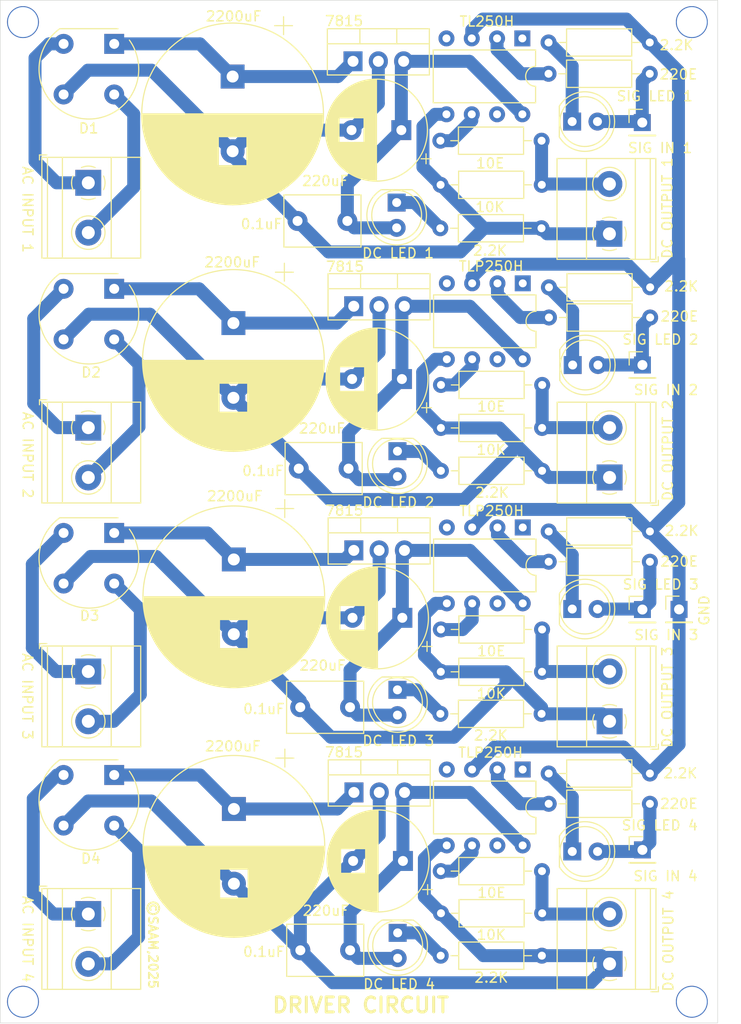
<source format=kicad_pcb>
(kicad_pcb (version 20240108) (generator "pcbnew") (generator_version "8.0")
  (layers (0 "F.Cu" signal) (31 "B.Cu" signal) (34 "B.Paste" user) (35 "F.Paste" user) (36 "B.SilkS" user "B.Silkscreen") (37 "F.SilkS" user "F.Silkscreen") (38 "B.Mask" user) (39 "F.Mask" user) (44 "Edge.Cuts" user))
  (net 0 "")
  (net 1 "Net-(D1-+)")
  (net 2 "GND")
  (net 3 "Net-(D2-+)")
  (net 4 "Net-(D3-+)")
  (net 5 "Net-(D4-+)")
  (net 6 "Net-(D5-A)")
  (net 7 "Net-(D6-A)")
  (net 8 "Net-(D7-A)")
  (net 9 "Net-(D8-A)")
  (net 10 "Net-(J1-Pin_2)")
  (net 11 "Net-(J1-Pin_1)")
  (net 12 "Net-(J2-Pin_1)")
  (net 13 "Net-(J2-Pin_2)")
  (net 14 "Net-(J3-Pin_2)")
  (net 15 "Net-(J3-Pin_1)")
  (net 16 "Net-(J4-Pin_2)")
  (net 17 "Net-(J4-Pin_1)")
  (net 18 "Net-(D5-K)")
  (net 19 "Net-(D6-K)")
  (net 20 "Net-(D7-K)")
  (net 21 "Net-(D8-K)")
  (net 22 "Net-(D9-A)")
  (net 23 "Net-(D9-K)")
  (net 24 "Net-(D10-A)")
  (net 25 "Net-(D10-K)")
  (net 26 "Net-(D11-A)")
  (net 27 "Net-(D11-K)")
  (net 28 "Net-(D12-K)")
  (net 29 "Net-(D12-A)")
  (net 30 "Net-(J5-Pin_2)")
  (net 31 "Net-(J6-Pin_2)")
  (net 32 "Net-(J7-Pin_2)")
  (net 33 "Net-(J8-Pin_2)")
  (net 34 "GND1")
  (net 35 "Net-(R9-Pad2)")
  (net 36 "Net-(R10-Pad2)")
  (net 37 "Net-(R11-Pad2)")
  (net 38 "Net-(R12-Pad2)")
  (net 39 "Net-(U5-A)")
  (net 40 "Net-(U6-A)")
  (net 41 "Net-(U7-A)")
  (net 42 "Net-(U8-A)")
  (net 55 "GND2")
  (net 56 "GND3")
  (net 57 "GND4")
  (footprint "Package_TO_SOT_THT:TO-220-3_Vertical" (layer "F.Cu") (at 153.41 79.15)
    (property "Reference" "7815")
    (property "Value" "L7815")
  )
  (footprint "Resistor_THT:R_Axial_DIN0207_L6.3mm_D2.5mm_P10.16mm_Horizontal" (layer "F.Cu") (at 172.31 135.86 180)
    (property "Reference" "10E")
    (property "Value" "10E")
  )
  (footprint "Resistor_THT:R_Axial_DIN0207_L6.3mm_D2.5mm_P10.16mm_Horizontal" (layer "F.Cu") (at 172.31 115.85 180)
    (property "Reference" "10K")
    (property "Value" "10K")
  )
  (footprint "Resistor_THT:R_Axial_DIN0207_L6.3mm_D2.5mm_P10.16mm_Horizontal" (layer "F.Cu") (at 172.97 55.81)
    (property "Reference" "220E")
    (property "Value" "220E")
  )
  (footprint "Resistor_THT:R_Axial_DIN0207_L6.3mm_D2.5mm_P10.16mm_Horizontal" (layer "F.Cu") (at 173.01 80.28)
    (property "Reference" "220E")
    (property "Value" "220E")
  )
  (footprint "Package_TO_SOT_THT:TO-220-3_Vertical" (layer "F.Cu") (at 153.43 127.96)
    (property "Reference" "7815")
    (property "Value" "L7815")
  )
  (footprint "LED_THT:LED_D5.0mm" (layer "F.Cu") (at 175.39 85.05)
    (property "Reference" "SIG LED 2")
    (property "Value" "LED")
  )
  (footprint "Resistor_THT:R_Axial_DIN0207_L6.3mm_D2.5mm_P10.16mm_Horizontal" (layer "F.Cu") (at 172.33 140.09 180)
    (property "Reference" "10K")
    (property "Value" "10K")
  )
  (footprint "TerminalBlock_Phoenix:TerminalBlock_Phoenix_MKDS-1,5-2_1x02_P5.00mm_Horizontal" (layer "F.Cu") (at 126.76 115.82 -90)
    (property "Reference" "AC INPUT 3")
    (property "Value" "Screw_Terminal_01x02")
  )
  (footprint "Resistor_THT:R_Axial_DIN0207_L6.3mm_D2.5mm_P10.16mm_Horizontal" (layer "F.Cu") (at 172.985 129.1)
    (property "Reference" "220E")
    (property "Value" "220E")
  )
  (footprint "Capacitor_THT:C_Disc_D7.5mm_W5.0mm_P5.00mm" (layer "F.Cu") (at 152.89 95.45 180)
    (property "Reference" "0.1uF")
    (property "Value" "0.1uF")
  )
  (footprint "Package_DIP:DIP-8_W7.62mm" (layer "F.Cu") (at 170.34 52.26 -90)
    (property "Reference" "TL250H")
    (property "Value" "TLP250")
  )
  (footprint "Resistor_THT:R_Axial_DIN0207_L6.3mm_D2.5mm_P10.16mm_Horizontal" (layer "F.Cu") (at 172.32 111.6 180)
    (property "Reference" "10E")
    (property "Value" "10E")
  )
  (footprint "LED_THT:LED_D5.0mm" (layer "F.Cu") (at 157.82 142.06 -90)
    (property "Reference" "DC LED 4")
    (property "Value" "LED")
  )
  (footprint "Capacitor_THT:CP_Radial_D18.0mm_P7.50mm" (layer "F.Cu") (at 141.25 56.09 -90)
    (property "Reference" "2200uF")
    (property "Value" "2200uF 50V")
  )
  (footprint "Resistor_THT:R_Axial_DIN0207_L6.3mm_D2.5mm_P10.16mm_Horizontal" (layer "F.Cu") (at 162.16 95.67)
    (property "Reference" "2.2K")
    (property "Value" "2.2k")
  )
  (footprint "Resistor_THT:R_Axial_DIN0207_L6.3mm_D2.5mm_P10.16mm_Horizontal" (layer "F.Cu") (at 172.985 101.76)
    (property "Reference" "2.2K")
    (property "Value" "2.2K")
  )
  (footprint "Resistor_THT:R_Axial_DIN0207_L6.3mm_D2.5mm_P10.16mm_Horizontal" (layer "F.Cu") (at 172.33 87.05 180)
    (property "Reference" "10E")
    (property "Value" "10E")
  )
  (footprint "Resistor_THT:R_Axial_DIN0207_L6.3mm_D2.5mm_P10.16mm_Horizontal" (layer "F.Cu") (at 162.14 144.35)
    (property "Reference" "2.2K")
    (property "Value" "2.2k")
  )
  (footprint "LED_THT:LED_D5.0mm" (layer "F.Cu") (at 157.8 117.66 -90)
    (property "Reference" "DC LED 3")
    (property "Value" "LED")
  )
  (footprint "Capacitor_THT:C_Disc_D7.5mm_W5.0mm_P5.00mm" (layer "F.Cu") (at 153.04 119.41 180)
    (property "Reference" "0.1uF")
    (property "Value" "0.1uF")
  )
  (footprint "LED_THT:LED_D5.0mm" (layer "F.Cu") (at 175.34 60.61)
    (property "Reference" "SIG LED 1")
    (property "Value" "LED")
  )
  (footprint "LED_THT:LED_D5.0mm" (layer "F.Cu") (at 175.35 133.89)
    (property "Reference" "SIG LED 4 ")
    (property "Value" "LED")
  )
  (footprint "Diode_THT:Diode_Bridge_Round_D9.8mm" (layer "F.Cu") (at 129.36 126.21 -90)
    (property "Reference" "D4")
    (property "Value" "W10G")
  )
  (footprint "TerminalBlock_Phoenix:TerminalBlock_Phoenix_MKDS-1,5-2_1x02_P5.00mm_Horizontal" (layer "F.Cu") (at 179.08 71.88 90)
    (property "Reference" "DC OUTPUT 1")
    (property "Value" "Screw_Terminal_01x02")
  )
  (footprint "Diode_THT:Diode_Bridge_Round_D9.8mm" (layer "F.Cu") (at 129.36 52.81 -90)
    (property "Reference" "D1")
    (property "Value" "W10G")
  )
  (footprint "Capacitor_THT:CP_Radial_D18.0mm_P7.50mm" (layer "F.Cu") (at 141.38 129.62222 -90)
    (property "Reference" "2200uF")
    (property "Value" "2200uF 50V")
  )
  (footprint "LED_THT:LED_D5.0mm" (layer "F.Cu") (at 157.8 93.7 -90)
    (property "Reference" "DC LED 2")
    (property "Value" "LED")
  )
  (footprint "TerminalBlock_Phoenix:TerminalBlock_Phoenix_MKDS-1,5-2_1x02_P5.00mm_Horizontal" (layer "F.Cu") (at 126.76 66.76 -90)
    (property "Reference" "AC INPUT 1")
    (property "Value" "Screw_Terminal_01x02")
  )
  (footprint "Resistor_THT:R_Axial_DIN0207_L6.3mm_D2.5mm_P10.16mm_Horizontal" (layer "F.Cu") (at 172.32 91.37 180)
    (property "Reference" "10K")
    (property "Value" "10K")
  )
  (footprint "Connector_PinHeader_2.54mm:PinHeader_1x01_P2.54mm_Vertical" (layer "F.Cu") (at 182.395 109.6)
    (property "Reference" "SIG IN 3")
    (property "Value" "Conn_01x01_Pin")
  )
  (footprint "LED_THT:LED_D5.0mm" (layer "F.Cu") (at 175.35 109.55)
    (property "Reference" "SIG LED 3")
    (property "Value" "LED")
  )
  (footprint "Package_TO_SOT_THT:TO-220-3_Vertical" (layer "F.Cu") (at 153.34 54.56)
    (property "Reference" "7815")
    (property "Value" "L7815")
  )
  (footprint "Resistor_THT:R_Axial_DIN0207_L6.3mm_D2.5mm_P10.16mm_Horizontal" (layer "F.Cu") (at 172.27 62.53 180)
    (property "Reference" "10E")
    (property "Value" "10E")
  )
  (footprint "Package_DIP:DIP-8_W7.62mm" (layer "F.Cu") (at 170.38 76.85 -90)
    (property "Reference" "TLP250H")
    (property "Value" "TLP250")
  )
  (footprint "Capacitor_THT:CP_Radial_D18.0mm_P7.50mm" (layer "F.Cu") (at 141.33 80.84222 -90)
    (property "Reference" "2200uF")
    (property "Value" "2200uF 50V")
  )
  (footprint "" (layer "F.Cu") (at 120.202 50.624)
    (property "Reference" "")
    (property "Value" "")
  )
  (footprint "Resistor_THT:R_Axial_DIN0207_L6.3mm_D2.5mm_P10.16mm_Horizontal" (layer "F.Cu") (at 162.11 120.07)
    (property "Reference" "2.2K")
    (property "Value" "2.2k")
  )
  (footprint "Connector_PinHeader_2.54mm:PinHeader_1x01_P2.54mm_Vertical" (layer "F.Cu") (at 186.072 109.584)
    (property "Reference" "GND")
    (property "Value" "Conn_01x01_Pin")
  )
  (footprint "Connector_PinHeader_2.54mm:PinHeader_1x01_P2.54mm_Vertical" (layer "F.Cu") (at 182.38 60.71)
    (property "Reference" "SIG IN 1")
    (property "Value" "Conn_01x01_Pin")
  )
  (footprint "Capacitor_THT:C_Disc_D7.5mm_W5.0mm_P5.00mm" (layer "F.Cu") (at 153.05 143.81 180)
    (property "Reference" "0.1uF")
    (property "Value" "0.1uF")
  )
  (footprint "" (layer "F.Cu") (at 187.352 148.974)
    (property "Reference" "")
    (property "Value" "")
  )
  (footprint "TerminalBlock_Phoenix:TerminalBlock_Phoenix_MKDS-1,5-2_1x02_P5.00mm_Horizontal" (layer "F.Cu") (at 126.76 140.17 -90)
    (property "Reference" "AC INPUT 4")
    (property "Value" "Screw_Terminal_01x02")
  )
  (footprint "Resistor_THT:R_Axial_DIN0207_L6.3mm_D2.5mm_P10.16mm_Horizontal" (layer "F.Cu") (at 172.985 104.8)
    (property "Reference" "220E")
    (property "Value" "220E")
  )
  (footprint "LED_THT:LED_D5.0mm" (layer "F.Cu") (at 157.72 68.74 -90)
    (property "Reference" "DC LED 1")
    (property "Value" "LED")
  )
  (footprint "Package_DIP:DIP-8_W7.62mm" (layer "F.Cu") (at 170.38 101.36 -90)
    (property "Reference" "TLP250H")
    (property "Value" "TLP250")
  )
  (footprint "Package_TO_SOT_THT:TO-220-3_Vertical" (layer "F.Cu") (at 153.42 103.66)
    (property "Reference" "7815")
    (property "Value" "L7815")
  )
  (footprint "Resistor_THT:R_Axial_DIN0207_L6.3mm_D2.5mm_P10.16mm_Horizontal" (layer "F.Cu") (at 172.29 66.96 180)
    (property "Reference" "10K")
    (property "Value" "10K")
  )
  (footprint "Package_DIP:DIP-8_W7.62mm" (layer "F.Cu") (at 170.37 125.66 -90)
    (property "Reference" "TLP250H")
    (property "Value" "TLP250")
  )
  (footprint "Resistor_THT:R_Axial_DIN0207_L6.3mm_D2.5mm_P10.16mm_Horizontal" (layer "F.Cu") (at 172.985 126.06)
    (property "Reference" "2.2K")
    (property "Value" "2.2K")
  )
  (footprint "Capacitor_THT:CP_Radial_D10.0mm_P5.00mm" (layer "F.Cu") (at 158.19 61.47 180)
    (property "Reference" "220uF")
    (property "Value" "220uF 50V")
  )
  (footprint "TerminalBlock_Phoenix:TerminalBlock_Phoenix_MKDS-1,5-2_1x02_P5.00mm_Horizontal" (layer "F.Cu") (at 179.095 120.82 90)
    (property "Reference" "DC OUTPUT 3")
    (property "Value" "Screw_Terminal_01x02")
  )
  (footprint "Capacitor_THT:CP_Radial_D18.0mm_P7.50mm" (layer "F.Cu") (at 141.37 104.57 -90)
    (property "Reference" "2200uF")
    (property "Value" "2200uF 50V")
  )
  (footprint "TerminalBlock_Phoenix:TerminalBlock_Phoenix_MKDS-1,5-2_1x02_P5.00mm_Horizontal" (layer "F.Cu") (at 179.095 145.17 90)
    (property "Reference" "DC OUTPUT 4")
    (property "Value" "Screw_Terminal_01x02")
  )
  (footprint "Diode_THT:Diode_Bridge_Round_D9.8mm" (layer "F.Cu") (at 129.36 101.91 -90)
    (property "Reference" "D3")
    (property "Value" "W10G")
  )
  (footprint "Resistor_THT:R_Axial_DIN0207_L6.3mm_D2.5mm_P10.16mm_Horizontal" (layer "F.Cu") (at 173.01 77.25)
    (property "Reference" "2.2K")
    (property "Value" "2.2K")
  )
  (footprint "Capacitor_THT:CP_Radial_D10.0mm_P5.00mm" (layer "F.Cu") (at 158.35 134.84 180)
    (property "Reference" "220uF")
    (property "Value" "220uF 50V")
  )
  (footprint "Connector_PinHeader_2.54mm:PinHeader_1x01_P2.54mm_Vertical" (layer "F.Cu") (at 182.395 85.05)
    (property "Reference" "SIG IN 2")
    (property "Value" "Conn_01x01_Pin")
  )
  (footprint "Capacitor_THT:CP_Radial_D10.0mm_P5.00mm" (layer "F.Cu") (at 158.247677 86.46 180)
    (property "Reference" "220uF")
    (property "Value" "220uF 50V")
  )
  (footprint "TerminalBlock_Phoenix:TerminalBlock_Phoenix_MKDS-1,5-2_1x02_P5.00mm_Horizontal" (layer "F.Cu") (at 179.095 96.34 90)
    (property "Reference" "DC OUTPUT 2")
    (property "Value" "Screw_Terminal_01x02")
  )
  (footprint "Resistor_THT:R_Axial_DIN0207_L6.3mm_D2.5mm_P10.16mm_Horizontal" (layer "F.Cu") (at 172.97 52.67)
    (property "Reference" "2.2K")
    (property "Value" "2.2K")
  )
  (footprint "Resistor_THT:R_Axial_DIN0207_L6.3mm_D2.5mm_P10.16mm_Horizontal" (layer "F.Cu") (at 162.1 71.32)
    (property "Reference" "2.2K")
    (property "Value" "2.2k")
  )
  (footprint "TerminalBlock_Phoenix:TerminalBlock_Phoenix_MKDS-1,5-2_1x02_P5.00mm_Horizontal" (layer "F.Cu") (at 126.76 91.34 -90)
    (property "Reference" "AC INPUT 2")
    (property "Value" "Screw_Terminal_01x02")
  )
  (footprint "Capacitor_THT:C_Disc_D7.5mm_W5.0mm_P5.00mm" (layer "F.Cu") (at 152.77 70.59 180)
    (property "Reference" "0.1uF")
    (property "Value" "0.1uF")
  )
  (footprint "Diode_THT:Diode_Bridge_Round_D9.8mm" (layer "F.Cu") (at 129.36 77.4 -90)
    (property "Reference" "D2")
    (property "Value" "W10G")
  )
  (footprint "Connector_PinHeader_2.54mm:PinHeader_1x01_P2.54mm_Vertical" (layer "F.Cu") (at 182.395 133.73)
    (property "Reference" "SIG IN 4")
    (property "Value" "Conn_01x01_Pin")
  )
  (footprint "" (layer "F.Cu") (at 120.202 148.974)
    (property "Reference" "")
    (property "Value" "")
  )
  (footprint "" (layer "F.Cu") (at 187.352 50.624)
    (property "Reference" "")
    (property "Value" "")
  )
  (footprint "Capacitor_THT:CP_Radial_D10.0mm_P5.00mm" (layer "F.Cu") (at 158.29 110.43 180)
    (property "Reference" "220uF")
    (property "Value" "220uF 50V")
  )
  (gr_rect (start 117.92 48.43) (end 189.95 151.1) (stroke (width 0.05)) (fill none) (layer "Edge.Cuts"))
  (gr_text "DRIVER CIRCUIT" (at 154.112 150.194 0) (layer "F.SilkS") (effects (font (size 1.5 1.5) (thickness 0.3) (bold yes)) (justify bottom)))
  (gr_text "©SAAM,2025" (at 132.732 143.234 270) (layer "F.SilkS") (effects (font (size 0.9 0.9) (thickness 0.1875)) (justify bottom)))
  (segment (start 151.81 56.09) (end 153.34 54.56) (width 1.3) (layer "B.Cu") (net 1))
  (segment (start 129.36 52.72) (end 129.425 52.785) (width 1.3) (layer "B.Cu") (net 1))
  (segment (start 141.25 56.09) (end 151.81 56.09) (width 1.3) (layer "B.Cu") (net 1))
  (segment (start 140.79 56.09) (end 141.25 56.09) (width 1.3) (layer "B.Cu") (net 1))
  (segment (start 137.97 52.81) (end 141.25 56.09) (width 1.3) (layer "B.Cu") (net 1))
  (segment (start 129.36 52.81) (end 137.97 52.81) (width 1.3) (layer "B.Cu") (net 1))
  (segment (start 141.25 64.05) (end 141.25 63.59) (width 1.3) (layer "B.Cu") (net 2))
  (segment (start 147.77 70.57) (end 141.25 64.05) (width 1.3) (layer "B.Cu") (net 2))
  (segment (start 124.28 57.89) (end 126.72 55.45) (width 1.3) (layer "B.Cu") (net 2))
  (segment (start 126.72 55.45) (end 133.11 55.45) (width 1.3) (layer "B.Cu") (net 2))
  (segment (start 172.26 71.32) (end 166.49 71.32) (width 1.3) (layer "B.Cu") (net 2))
  (segment (start 179.08 71.88) (end 178.37 71.17) (width 1.3) (layer "B.Cu") (net 2))
  (segment (start 133.11 55.45) (end 141.25 63.59) (width 1.3) (layer "B.Cu") (net 2))
  (segment (start 140.79 63.59) (end 141.25 63.59) (width 1.3) (layer "B.Cu") (net 2))
  (segment (start 172.82 71.88) (end 172.26 71.32) (width 1.3) (layer "B.Cu") (net 2))
  (segment (start 147.77 70.59) (end 147.77 70.57) (width 1.3) (layer "B.Cu") (net 2))
  (segment (start 166.49 71.32) (end 162.13 66.96) (width 1.3) (layer "B.Cu") (net 2))
  (segment (start 147.77 70.59) (end 150.88 73.7) (width 1.3) (layer "B.Cu") (net 2))
  (segment (start 143.37 61.47) (end 141.25 63.59) (width 1.3) (layer "B.Cu") (net 2))
  (segment (start 179.08 71.88) (end 172.82 71.88) (width 1.3) (layer "B.Cu") (net 2))
  (segment (start 160.36 61.10863) (end 160.36 65.19) (width 1.3) (layer "B.Cu") (net 2))
  (segment (start 153.19 61.47) (end 143.37 61.47) (width 1.3) (layer "B.Cu") (net 2))
  (segment (start 160.36 65.19) (end 162.13 66.96) (width 1.3) (layer "B.Cu") (net 2))
  (segment (start 162.72 59.88) (end 161.58863 59.88) (width 1.3) (layer "B.Cu") (net 2))
  (segment (start 161.58863 59.88) (end 160.36 61.10863) (width 1.3) (layer "B.Cu") (net 2))
  (segment (start 150.88 73.7) (end 164.11 73.7) (width 1.3) (layer "B.Cu") (net 2))
  (segment (start 164.11 73.7) (end 166.49 71.32) (width 1.3) (layer "B.Cu") (net 2))
  (segment (start 155.88 54.56) (end 155.88 58.78) (width 1.3) (layer "B.Cu") (net 2))
  (segment (start 155.88 58.78) (end 153.19 61.47) (width 1.3) (layer "B.Cu") (net 2))
  (segment (start 141.33 80.84222) (end 151.71778 80.84222) (width 1.3) (layer "B.Cu") (net 3))
  (segment (start 151.71778 80.84222) (end 153.41 79.15) (width 1.3) (layer "B.Cu") (net 3))
  (segment (start 129.36 77.4) (end 137.88778 77.4) (width 1.3) (layer "B.Cu") (net 3))
  (segment (start 137.88778 77.4) (end 141.33 80.84222) (width 1.3) (layer "B.Cu") (net 3))
  (segment (start 129.36 101.91) (end 138.71 101.91) (width 1.3) (layer "B.Cu") (net 4))
  (segment (start 141.37 104.57) (end 152.51 104.57) (width 1.3) (layer "B.Cu") (net 4))
  (segment (start 152.51 104.57) (end 153.42 103.66) (width 1.3) (layer "B.Cu") (net 4))
  (segment (start 138.71 101.91) (end 141.37 104.57) (width 1.3) (layer "B.Cu") (net 4))
  (segment (start 141.38 129.62222) (end 151.76778 129.62222) (width 1.3) (layer "B.Cu") (net 5))
  (segment (start 129.36 126.21) (end 137.96778 126.21) (width 1.3) (layer "B.Cu") (net 5))
  (segment (start 137.96778 126.21) (end 141.38 129.62222) (width 1.3) (layer "B.Cu") (net 5))
  (segment (start 151.76778 129.62222) (end 153.43 127.96) (width 1.3) (layer "B.Cu") (net 5))
  (segment (start 165.02 54.56) (end 170.34 59.88) (width 1.3) (layer "B.Cu") (net 6))
  (segment (start 158.19 54.79) (end 158.42 54.56) (width 1.3) (layer "B.Cu") (net 6))
  (segment (start 152.77 70.59) (end 152.77 66.89) (width 1.3) (layer "B.Cu") (net 6))
  (segment (start 152.77 66.89) (end 158.19 61.47) (width 1.3) (layer "B.Cu") (net 6))
  (segment (start 153.46 71.28) (end 152.77 70.59) (width 1.3) (layer "B.Cu") (net 6))
  (segment (start 158.19 61.47) (end 158.19 54.79) (width 1.3) (layer "B.Cu") (net 6))
  (segment (start 157.72 71.28) (end 153.46 71.28) (width 1.3) (layer "B.Cu") (net 6))
  (segment (start 158.42 54.56) (end 165.02 54.56) (width 1.3) (layer "B.Cu") (net 6))
  (segment (start 152.89 95.45) (end 152.89 91.817677) (width 1.3) (layer "B.Cu") (net 7))
  (segment (start 158.247677 86.46) (end 158.247677 79.392323) (width 1.3) (layer "B.Cu") (net 7))
  (segment (start 157.48 96.56) (end 157.8 96.24) (width 1.3) (layer "B.Cu") (net 7))
  (segment (start 158.49 79.15) (end 165.06 79.15) (width 1.3) (layer "B.Cu") (net 7))
  (segment (start 152.89 91.817677) (end 158.247677 86.46) (width 1.3) (layer "B.Cu") (net 7))
  (segment (start 158.247677 79.392323) (end 158.49 79.15) (width 1.3) (layer "B.Cu") (net 7))
  (segment (start 153.95 96.56) (end 157.48 96.56) (width 1.3) (layer "B.Cu") (net 7))
  (segment (start 152.89 95.5) (end 153.95 96.56) (width 1.3) (layer "B.Cu") (net 7))
  (segment (start 165.06 79.15) (end 170.38 84.47) (width 1.3) (layer "B.Cu") (net 7))
  (segment (start 153.04 115.68) (end 158.29 110.43) (width 1.3) (layer "B.Cu") (net 8))
  (segment (start 170.38 108.98) (end 165.06 103.66) (width 1.3) (layer "B.Cu") (net 8))
  (segment (start 165.06 103.66) (end 158.5 103.66) (width 1.3) (layer "B.Cu") (net 8))
  (segment (start 158.29 103.87) (end 158.5 103.66) (width 1.3) (layer "B.Cu") (net 8))
  (segment (start 157.8 120.2) (end 153.83 120.2) (width 1.3) (layer "B.Cu") (net 8))
  (segment (start 158.29 110.43) (end 158.29 103.87) (width 1.3) (layer "B.Cu") (net 8))
  (segment (start 153.83 120.2) (end 153.04 119.41) (width 1.3) (layer "B.Cu") (net 8))
  (segment (start 153.04 119.41) (end 153.04 115.68) (width 1.3) (layer "B.Cu") (net 8))
  (segment (start 165.05 127.96) (end 170.37 133.28) (width 1.3) (layer "B.Cu") (net 9))
  (segment (start 157.8 144.62) (end 157.82 144.6) (width 1.3) (layer "B.Cu") (net 9))
  (segment (start 158.35 134.84) (end 158.21 134.84) (width 1.3) (layer "B.Cu") (net 9))
  (segment (start 158.35 128.12) (end 158.51 127.96) (width 1.3) (layer "B.Cu") (net 9))
  (segment (start 153.86 144.62) (end 157.8 144.62) (width 1.3) (layer "B.Cu") (net 9))
  (segment (start 153.05 140) (end 153.05 143.81) (width 1.3) (layer "B.Cu") (net 9))
  (segment (start 158.21 134.84) (end 153.05 140) (width 1.3) (layer "B.Cu") (net 9))
  (segment (start 158.35 134.84) (end 158.35 128.12) (width 1.3) (layer "B.Cu") (net 9))
  (segment (start 153.05 143.81) (end 153.86 144.62) (width 1.3) (layer "B.Cu") (net 9))
  (segment (start 158.51 127.96) (end 165.05 127.96) (width 1.3) (layer "B.Cu") (net 9))
  (segment (start 131.32 59.85) (end 129.36 57.89) (width 1.3) (layer "B.Cu") (net 10))
  (segment (start 131.32 67.2) (end 131.32 59.85) (width 1.3) (layer "B.Cu") (net 10))
  (segment (start 126.76 71.76) (end 131.32 67.2) (width 1.3) (layer "B.Cu") (net 10))
  (segment (start 123.578 66.76) (end 121.412 64.594) (width 1.3) (layer "B.Cu") (net 11))
  (segment (start 126.76 66.76) (end 123.578 66.76) (width 1.3) (layer "B.Cu") (net 11))
  (segment (start 121.412 64.594) (end 121.412 54.224) (width 1.3) (layer "B.Cu") (net 11))
  (segment (start 122.826 52.81) (end 124.28 52.81) (width 1.3) (layer "B.Cu") (net 11))
  (segment (start 121.412 54.224) (end 122.826 52.81) (width 1.3) (layer "B.Cu") (net 11))
  (segment (start 126.76 91.34) (end 123.708 91.34) (width 1.3) (layer "B.Cu") (net 12))
  (segment (start 123.708 91.34) (end 121.282 88.914) (width 1.3) (layer "B.Cu") (net 12))
  (segment (start 121.282 88.914) (end 121.282 80.398) (width 1.3) (layer "B.Cu") (net 12))
  (segment (start 121.282 80.398) (end 124.28 77.4) (width 1.3) (layer "B.Cu") (net 12))
  (segment (start 131.85 84.97) (end 131.85 91.25) (width 1.3) (layer "B.Cu") (net 13))
  (segment (start 131.85 91.25) (end 126.76 96.34) (width 1.3) (layer "B.Cu") (net 13))
  (segment (start 129.36 82.48) (end 131.85 84.97) (width 1.3) (layer "B.Cu") (net 13))
  (segment (start 129.36 106.99) (end 131.98 109.61) (width 1.3) (layer "B.Cu") (net 14))
  (segment (start 131.98 109.61) (end 131.98 118.14) (width 1.3) (layer "B.Cu") (net 14))
  (segment (start 129.3 120.82) (end 126.76 120.82) (width 1.3) (layer "B.Cu") (net 14))
  (segment (start 131.98 118.14) (end 129.3 120.82) (width 1.3) (layer "B.Cu") (net 14))
  (segment (start 121.142 105.048) (end 124.28 101.91) (width 1.3) (layer "B.Cu") (net 15))
  (segment (start 126.76 115.82) (end 123.508 115.82) (width 1.3) (layer "B.Cu") (net 15))
  (segment (start 123.508 115.82) (end 121.142 113.454) (width 1.3) (layer "B.Cu") (net 15))
  (segment (start 121.142 113.454) (end 121.142 105.048) (width 1.3) (layer "B.Cu") (net 15))
  (segment (start 129.36 131.29) (end 131.802 133.732) (width 1.3) (layer "B.Cu") (net 16))
  (segment (start 131.802 133.732) (end 131.802 142.474) (width 1.3) (layer "B.Cu") (net 16))
  (segment (start 131.802 142.474) (end 129.106 145.17) (width 1.3) (layer "B.Cu") (net 16))
  (segment (start 129.106 145.17) (end 126.76 145.17) (width 1.3) (layer "B.Cu") (net 16))
  (segment (start 121.232 128.594) (end 121.232 138.154) (width 1.3) (layer "B.Cu") (net 17))
  (segment (start 123.248 140.17) (end 126.76 140.17) (width 1.3) (layer "B.Cu") (net 17))
  (segment (start 121.232 138.154) (end 123.248 140.17) (width 1.3) (layer "B.Cu") (net 17))
  (segment (start 123.616 126.21) (end 121.232 128.594) (width 1.3) (layer "B.Cu") (net 17))
  (segment (start 124.28 126.21) (end 123.616 126.21) (width 1.3) (layer "B.Cu") (net 17))
  (segment (start 159.52 68.74) (end 162.1 71.32) (width 1.3) (layer "B.Cu") (net 18))
  (segment (start 157.72 68.74) (end 159.52 68.74) (width 1.3) (layer "B.Cu") (net 18))
  (segment (start 157.83 93.73) (end 157.8 93.7) (width 1.3) (layer "B.Cu") (net 19))
  (segment (start 162.16 95.67) (end 160.22 93.73) (width 1.3) (layer "B.Cu") (net 19))
  (segment (start 160.22 93.73) (end 157.83 93.73) (width 1.3) (layer "B.Cu") (net 19))
  (segment (start 157.8 117.66) (end 159.7 117.66) (width 1.3) (layer "B.Cu") (net 20))
  (segment (start 159.7 117.66) (end 162.11 120.07) (width 1.3) (layer "B.Cu") (net 20))
  (segment (start 159.85 142.06) (end 162.14 144.35) (width 1.3) (layer "B.Cu") (net 21))
  (segment (start 157.82 142.06) (end 159.85 142.06) (width 1.3) (layer "B.Cu") (net 21))
  (segment (start 177.88 60.61) (end 182.28 60.61) (width 1.3) (layer "B.Cu") (net 22))
  (segment (start 177.88 60.61) (end 178.33 60.61) (width 1.3) (layer "B.Cu") (net 22))
  (segment (start 182.38 56.56) (end 183.13 55.81) (width 1.3) (layer "B.Cu") (net 22))
  (segment (start 182.38 60.71) (end 182.38 56.56) (width 1.3) (layer "B.Cu") (net 22))
  (segment (start 182.28 60.61) (end 182.38 60.71) (width 1.3) (layer "B.Cu") (net 22))
  (segment (start 175.34 60.61) (end 175.34 55.04) (width 1.3) (layer "B.Cu") (net 23))
  (segment (start 175.34 55.04) (end 172.97 52.67) (width 1.3) (layer "B.Cu") (net 23))
  (segment (start 182.395 81.055) (end 183.17 80.28) (width 1.3) (layer "B.Cu") (net 24))
  (segment (start 182.395 85.05) (end 177.93 85.05) (width 1.3) (layer "B.Cu") (net 24))
  (segment (start 182.395 85.05) (end 182.395 81.055) (width 1.3) (layer "B.Cu") (net 24))
  (segment (start 175.39 85.05) (end 175.39 79.63) (width 1.3) (layer "B.Cu") (net 25))
  (segment (start 175.39 79.63) (end 173.01 77.25) (width 1.3) (layer "B.Cu") (net 25))
  (segment (start 183.145 104.8) (end 183.145 108.85) (width 1.3) (layer "B.Cu") (net 26))
  (segment (start 183.145 108.85) (end 182.395 109.6) (width 1.3) (layer "B.Cu") (net 26))
  (segment (start 182.345 109.55) (end 182.395 109.6) (width 1.3) (layer "B.Cu") (net 26))
  (segment (start 177.89 109.55) (end 182.345 109.55) (width 1.3) (layer "B.Cu") (net 26))
  (segment (start 175.35 104.125) (end 172.985 101.76) (width 1.3) (layer "B.Cu") (net 27))
  (segment (start 175.35 109.55) (end 175.35 104.125) (width 1.3) (layer "B.Cu") (net 27))
  (segment (start 175.35 128.425) (end 172.985 126.06) (width 1.3) (layer "B.Cu") (net 28))
  (segment (start 175.35 133.89) (end 175.35 128.425) (width 1.3) (layer "B.Cu") (net 28))
  (segment (start 177.89 133.89) (end 182.235 133.89) (width 1.3) (layer "B.Cu") (net 29))
  (segment (start 183.145 132.98) (end 182.395 133.73) (width 1.3) (layer "B.Cu") (net 29))
  (segment (start 183.145 129.1) (end 183.145 132.98) (width 1.3) (layer "B.Cu") (net 29))
  (segment (start 182.235 133.89) (end 182.395 133.73) (width 1.3) (layer "B.Cu") (net 29))
  (segment (start 172.26 62.54) (end 172.27 62.53) (width 1.3) (layer "B.Cu") (net 30))
  (segment (start 172.27 62.53) (end 172.27 66.94) (width 1.3) (layer "B.Cu") (net 30))
  (segment (start 179.08 66.88) (end 172.37 66.88) (width 1.3) (layer "B.Cu") (net 30))
  (segment (start 172.37 66.88) (end 172.29 66.96) (width 1.3) (layer "B.Cu") (net 30))
  (segment (start 172.27 66.94) (end 172.29 66.96) (width 1.3) (layer "B.Cu") (net 30))
  (segment (start 172.35 91.34) (end 172.32 91.37) (width 1.3) (layer "B.Cu") (net 31))
  (segment (start 172.33 87.05) (end 172.33 91.36) (width 1.3) (layer "B.Cu") (net 31))
  (segment (start 172.33 91.36) (end 172.32 91.37) (width 1.3) (layer "B.Cu") (net 31))
  (segment (start 179.095 91.34) (end 172.35 91.34) (width 1.3) (layer "B.Cu") (net 31))
  (segment (start 172.34 115.82) (end 172.31 115.85) (width 1.3) (layer "B.Cu") (net 32))
  (segment (start 179.095 115.82) (end 172.34 115.82) (width 1.3) (layer "B.Cu") (net 32))
  (segment (start 172.32 115.84) (end 172.31 115.85) (width 1.3) (layer "B.Cu") (net 32))
  (segment (start 172.32 111.6) (end 172.32 115.84) (width 1.3) (layer "B.Cu") (net 32))
  (segment (start 172.41 140.17) (end 172.33 140.09) (width 1.3) (layer "B.Cu") (net 33))
  (segment (start 172.31 140.07) (end 172.33 140.09) (width 1.3) (layer "B.Cu") (net 33))
  (segment (start 172.31 135.86) (end 172.31 140.07) (width 1.3) (layer "B.Cu") (net 33))
  (segment (start 179.095 140.17) (end 172.41 140.17) (width 1.3) (layer "B.Cu") (net 33))
  (segment (start 183.145 101.76) (end 186.042 98.863) (width 1.3) (layer "B.Cu") (net 34))
  (segment (start 167.11 99.55) (end 180.935 99.55) (width 1.3) (layer "B.Cu") (net 34))
  (segment (start 186.012 55.552) (end 186.012 74.408) (width 1.3) (layer "B.Cu") (net 34))
  (segment (start 186.072 104.687) (end 183.145 101.76) (width 1.3) (layer "B.Cu") (net 34))
  (segment (start 165.26 52.26) (end 165.26 51.43) (width 1.3) (layer "B.Cu") (net 34))
  (segment (start 186.042 74.458) (end 186.002 74.418) (width 1.3) (layer "B.Cu") (net 34))
  (segment (start 180.78 50.32) (end 183.13 52.67) (width 1.3) (layer "B.Cu") (net 34))
  (segment (start 180.935 99.55) (end 183.145 101.76) (width 1.3) (layer "B.Cu") (net 34))
  (segment (start 165.26 51.43) (end 166.37 50.32) (width 1.3) (layer "B.Cu") (net 34))
  (segment (start 180.485 123.4) (end 183.145 126.06) (width 1.3) (layer "B.Cu") (net 34))
  (segment (start 186.072 109.584) (end 186.072 104.687) (width 1.3) (layer "B.Cu") (net 34))
  (segment (start 186.072 123.133) (end 183.145 126.06) (width 1.3) (layer "B.Cu") (net 34))
  (segment (start 165.29 125.66) (end 167.55 123.4) (width 1.3) (layer "B.Cu") (net 34))
  (segment (start 165.3 101.36) (end 167.11 99.55) (width 1.3) (layer "B.Cu") (net 34))
  (segment (start 166.37 50.32) (end 180.78 50.32) (width 1.3) (layer "B.Cu") (net 34))
  (segment (start 180.85 74.93) (end 183.17 77.25) (width 1.3) (layer "B.Cu") (net 34))
  (segment (start 186.042 98.863) (end 186.042 74.458) (width 1.3) (layer "B.Cu") (net 34))
  (segment (start 183.13 52.67) (end 186.012 55.552) (width 1.3) (layer "B.Cu") (net 34))
  (segment (start 186.012 74.408) (end 186.002 74.418) (width 1.3) (layer "B.Cu") (net 34))
  (segment (start 167.55 123.4) (end 180.485 123.4) (width 1.3) (layer "B.Cu") (net 34))
  (segment (start 165.3 76.22) (end 166.59 74.93) (width 1.3) (layer "B.Cu") (net 34))
  (segment (start 165.3 76.85) (end 165.3 76.22) (width 1.3) (layer "B.Cu") (net 34))
  (segment (start 186.072 109.584) (end 186.072 123.133) (width 1.3) (layer "B.Cu") (net 34))
  (segment (start 166.59 74.93) (end 180.85 74.93) (width 1.3) (layer "B.Cu") (net 34))
  (segment (start 186.002 74.418) (end 183.17 77.25) (width 1.3) (layer "B.Cu") (net 34))
  (segment (start 165.26 60.51) (end 165.26 59.88) (width 1.3) (layer "B.Cu") (net 35))
  (segment (start 162.11 62.53) (end 163.24 62.53) (width 1.3) (layer "B.Cu") (net 35))
  (segment (start 163.24 62.53) (end 165.26 60.51) (width 1.3) (layer "B.Cu") (net 35))
  (segment (start 163.5 87.05) (end 162.17 87.05) (width 1.3) (layer "B.Cu") (net 36))
  (segment (start 165.3 85.25) (end 163.5 87.05) (width 1.3) (layer "B.Cu") (net 36))
  (segment (start 165.3 84.47) (end 165.3 85.25) (width 1.3) (layer "B.Cu") (net 36))
  (segment (start 162.17 111.61) (end 162.16 111.6) (width 1.3) (layer "B.Cu") (net 37))
  (segment (start 164.33 111.61) (end 162.17 111.61) (width 1.3) (layer "B.Cu") (net 37))
  (segment (start 165.3 110.64) (end 164.33 111.61) (width 1.3) (layer "B.Cu") (net 37))
  (segment (start 165.3 108.98) (end 165.3 110.64) (width 1.3) (layer "B.Cu") (net 37))
  (segment (start 165.29 133.97) (end 163.4 135.86) (width 1.3) (layer "B.Cu") (net 38))
  (segment (start 163.4 135.86) (end 162.15 135.86) (width 1.3) (layer "B.Cu") (net 38))
  (segment (start 165.29 133.28) (end 165.29 133.97) (width 1.3) (layer "B.Cu") (net 38))
  (segment (start 167.8 52.26) (end 167.8 53.39137) (width 1.3) (layer "B.Cu") (net 39))
  (segment (start 170.21863 55.81) (end 172.97 55.81) (width 1.3) (layer "B.Cu") (net 39))
  (segment (start 167.8 53.39137) (end 170.21863 55.81) (width 1.3) (layer "B.Cu") (net 39))
  (segment (start 167.84 77.98137) (end 170.13863 80.28) (width 1.3) (layer "B.Cu") (net 40))
  (segment (start 170.13863 80.28) (end 173.01 80.28) (width 1.3) (layer "B.Cu") (net 40))
  (segment (start 167.84 76.85) (end 167.84 77.98137) (width 1.3) (layer "B.Cu") (net 40))
  (segment (start 167.84 101.36) (end 167.84 102.12) (width 1.3) (layer "B.Cu") (net 41))
  (segment (start 170.52 104.8) (end 172.985 104.8) (width 1.3) (layer "B.Cu") (net 41))
  (segment (start 167.84 102.12) (end 170.52 104.8) (width 1.3) (layer "B.Cu") (net 41))
  (segment (start 170.13863 129.1) (end 172.985 129.1) (width 1.3) (layer "B.Cu") (net 42))
  (segment (start 167.83 125.66) (end 167.83 126.79137) (width 1.3) (layer "B.Cu") (net 42))
  (segment (start 167.83 126.79137) (end 170.13863 129.1) (width 1.3) (layer "B.Cu") (net 42))
  (segment (start 153.247677 86.46) (end 155.95 83.757677) (width 1.3) (layer "B.Cu") (net 55))
  (segment (start 147.89 94.90222) (end 141.33 88.34222) (width 1.3) (layer "B.Cu") (net 55))
  (segment (start 160.33 89.54) (end 162.16 91.37) (width 1.3) (layer "B.Cu") (net 55))
  (segment (start 153.247677 86.46) (end 143.21222 86.46) (width 1.3) (layer "B.Cu") (net 55))
  (segment (start 162.16 91.37) (end 168.02 91.37) (width 1.3) (layer "B.Cu") (net 55))
  (segment (start 161.62863 84.47) (end 160.33 85.76863) (width 1.3) (layer "B.Cu") (net 55))
  (segment (start 169.845 93.195) (end 172.32 95.67) (width 1.3) (layer "B.Cu") (net 55))
  (segment (start 124.28 82.48) (end 126.81 79.95) (width 1.3) (layer "B.Cu") (net 55))
  (segment (start 162.76 84.47) (end 161.62863 84.47) (width 1.3) (layer "B.Cu") (net 55))
  (segment (start 132.93778 79.95) (end 141.33 88.34222) (width 1.3) (layer "B.Cu") (net 55))
  (segment (start 147.89 95.45) (end 150.99 98.55) (width 1.3) (layer "B.Cu") (net 55))
  (segment (start 160.33 85.76863) (end 160.33 89.54) (width 1.3) (layer "B.Cu") (net 55))
  (segment (start 143.21222 86.46) (end 141.33 88.34222) (width 1.3) (layer "B.Cu") (net 55))
  (segment (start 155.95 83.757677) (end 155.95 79.15) (width 1.3) (layer "B.Cu") (net 55))
  (segment (start 147.89 95.45) (end 147.89 94.90222) (width 1.3) (layer "B.Cu") (net 55))
  (segment (start 150.99 98.55) (end 164.49 98.55) (width 1.3) (layer "B.Cu") (net 55))
  (segment (start 164.49 98.55) (end 169.845 93.195) (width 1.3) (layer "B.Cu") (net 55))
  (segment (start 126.81 79.95) (end 132.93778 79.95) (width 1.3) (layer "B.Cu") (net 55))
  (segment (start 179.095 96.34) (end 172.99 96.34) (width 1.3) (layer "B.Cu") (net 55))
  (segment (start 172.99 96.34) (end 172.32 95.67) (width 1.3) (layer "B.Cu") (net 55))
  (segment (start 168.02 91.37) (end 169.845 93.195) (width 1.3) (layer "B.Cu") (net 55))
  (segment (start 148.04 118.74) (end 141.37 112.07) (width 1.3) (layer "B.Cu") (net 56))
  (segment (start 148.11 119.41) (end 151.12 122.42) (width 1.3) (layer "B.Cu") (net 56))
  (segment (start 133.57 104.27) (end 141.37 112.07) (width 1.3) (layer "B.Cu") (net 56))
  (segment (start 153.29 110.43) (end 143.01 110.43) (width 1.3) (layer "B.Cu") (net 56))
  (segment (start 124.28 106.99) (end 127 104.27) (width 1.3) (layer "B.Cu") (net 56))
  (segment (start 172.27 119.43) (end 172.27 120.07) (width 1.3) (layer "B.Cu") (net 56))
  (segment (start 127 104.27) (end 133.57 104.27) (width 1.3) (layer "B.Cu") (net 56))
  (segment (start 178.345 120.07) (end 179.095 120.82) (width 1.3) (layer "B.Cu") (net 56))
  (segment (start 163.46 122.42) (end 168.69 117.19) (width 1.3) (layer "B.Cu") (net 56))
  (segment (start 172.27 120.07) (end 178.345 120.07) (width 1.3) (layer "B.Cu") (net 56))
  (segment (start 151.12 122.42) (end 163.46 122.42) (width 1.3) (layer "B.Cu") (net 56))
  (segment (start 155.96 103.66) (end 155.96 107.76) (width 1.3) (layer "B.Cu") (net 56))
  (segment (start 168.69 117.19) (end 168.69 115.85) (width 1.3) (layer "B.Cu") (net 56))
  (segment (start 160.51 110.09863) (end 160.51 114.21) (width 1.3) (layer "B.Cu") (net 56))
  (segment (start 143.01 110.43) (end 141.37 112.07) (width 1.3) (layer "B.Cu") (net 56))
  (segment (start 160.51 114.21) (end 162.15 115.85) (width 1.3) (layer "B.Cu") (net 56))
  (segment (start 148.04 119.41) (end 148.11 119.41) (width 1.3) (layer "B.Cu") (net 56))
  (segment (start 162.15 115.85) (end 168.69 115.85) (width 1.3) (layer "B.Cu") (net 56))
  (segment (start 168.69 115.85) (end 172.27 119.43) (width 1.3) (layer "B.Cu") (net 56))
  (segment (start 161.62863 108.98) (end 160.51 110.09863) (width 1.3) (layer "B.Cu") (net 56))
  (segment (start 162.76 108.98) (end 161.62863 108.98) (width 1.3) (layer "B.Cu") (net 56))
  (segment (start 148.04 119.41) (end 148.04 118.74) (width 1.3) (layer "B.Cu") (net 56))
  (segment (start 155.96 107.76) (end 153.29 110.43) (width 1.3) (layer "B.Cu") (net 56))
  (segment (start 178.275 144.35) (end 179.095 145.17) (width 1.3) (layer "B.Cu") (net 57))
  (segment (start 126.75 128.82) (end 133.07778 128.82) (width 1.3) (layer "B.Cu") (net 57))
  (segment (start 172.3 144.35) (end 178.275 144.35) (width 1.3) (layer "B.Cu") (net 57))
  (segment (start 160.5 138.42) (end 160.5 134.61) (width 1.3) (layer "B.Cu") (net 57))
  (segment (start 153.35 134.84) (end 155.97 132.22) (width 1.3) (layer "B.Cu") (net 57))
  (segment (start 166.43 144.35) (end 162.17 140.09) (width 1.3) (layer "B.Cu") (net 57))
  (segment (start 124.28 131.29) (end 126.75 128.82) (width 1.3) (layer "B.Cu") (net 57))
  (segment (start 162.17 140.09) (end 160.5 138.42) (width 1.3) (layer "B.Cu") (net 57))
  (segment (start 148.05 143.81) (end 151.31 147.07) (width 1.3) (layer "B.Cu") (net 57))
  (segment (start 160.5 134.61) (end 161.83 133.28) (width 1.3) (layer "B.Cu") (net 57))
  (segment (start 148.05 143.81) (end 148.05 140.14) (width 1.3) (layer "B.Cu") (net 57))
  (segment (start 133.07778 128.82) (end 141.38 137.12222) (width 1.3) (layer "B.Cu") (net 57))
  (segment (start 155.97 132.22) (end 155.97 127.96) (width 1.3) (layer "B.Cu") (net 57))
  (segment (start 172.3 144.35) (end 166.43 144.35) (width 1.3) (layer "B.Cu") (net 57))
  (segment (start 177.195 147.07) (end 179.095 145.17) (width 1.3) (layer "B.Cu") (net 57))
  (segment (start 141.38 137.14) (end 148.05 143.81) (width 1.3) (layer "B.Cu") (net 57))
  (segment (start 148.05 140.14) (end 153.35 134.84) (width 1.3) (layer "B.Cu") (net 57))
  (segment (start 141.38 137.12222) (end 141.38 137.14) (width 1.3) (layer "B.Cu") (net 57))
  (segment (start 161.83 133.28) (end 162.75 133.28) (width 1.3) (layer "B.Cu") (net 57))
  (segment (start 151.31 147.07) (end 177.195 147.07) (width 1.3) (layer "B.Cu") (net 57))
)
</source>
